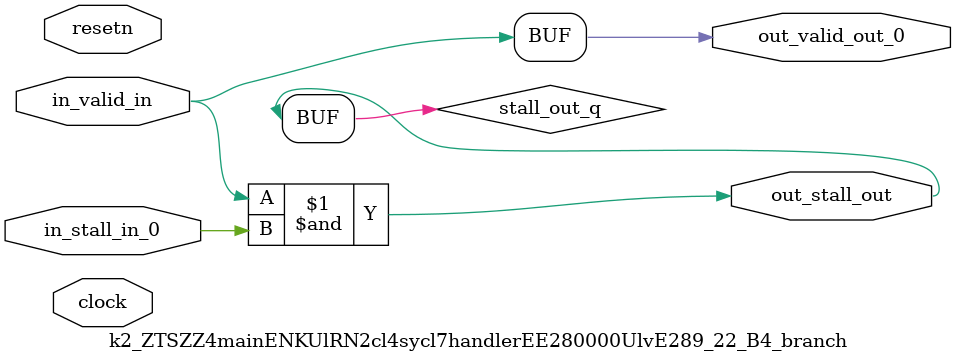
<source format=sv>



(* altera_attribute = "-name AUTO_SHIFT_REGISTER_RECOGNITION OFF; -name MESSAGE_DISABLE 10036; -name MESSAGE_DISABLE 10037; -name MESSAGE_DISABLE 14130; -name MESSAGE_DISABLE 14320; -name MESSAGE_DISABLE 15400; -name MESSAGE_DISABLE 14130; -name MESSAGE_DISABLE 10036; -name MESSAGE_DISABLE 12020; -name MESSAGE_DISABLE 12030; -name MESSAGE_DISABLE 12010; -name MESSAGE_DISABLE 12110; -name MESSAGE_DISABLE 14320; -name MESSAGE_DISABLE 13410; -name MESSAGE_DISABLE 113007; -name MESSAGE_DISABLE 10958" *)
module k2_ZTSZZ4mainENKUlRN2cl4sycl7handlerEE280000UlvE289_22_B4_branch (
    input wire [0:0] in_stall_in_0,
    input wire [0:0] in_valid_in,
    output wire [0:0] out_stall_out,
    output wire [0:0] out_valid_out_0,
    input wire clock,
    input wire resetn
    );

    wire [0:0] stall_out_q;


    // stall_out(LOGICAL,6)
    assign stall_out_q = in_valid_in & in_stall_in_0;

    // out_stall_out(GPOUT,4)
    assign out_stall_out = stall_out_q;

    // out_valid_out_0(GPOUT,5)
    assign out_valid_out_0 = in_valid_in;

endmodule

</source>
